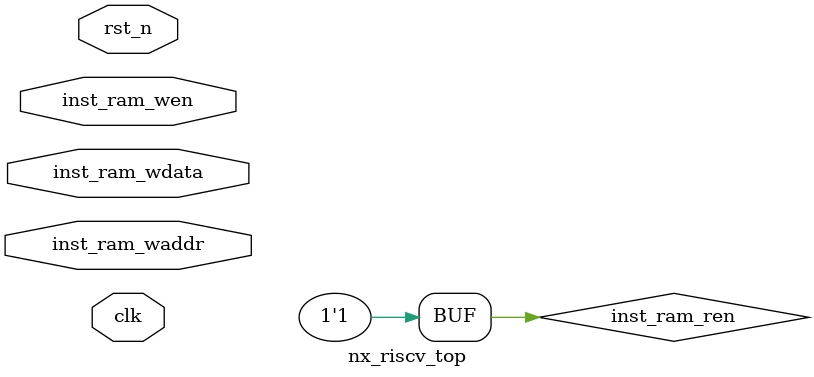
<source format=v>

module nx_riscv_top (
     input clk    // Clock
    ,input rst_n  // Asynchronous reset active low

// 测试端口
// 初始化 inst ram
    ,input inst_ram_wen
    ,input [31:0] inst_ram_waddr
    ,input [31:0] inst_ram_wdata
);

// if stage wire
wire [31:0] pre_pc;
wire [31:0] pc_src;
wire [31:0] fs_nx_pc;
wire [31:0] inst_ram_raddr;

// access instr mem
wire [31:0] wdata;
wire        wen;
wire [31:0] waddr;
wire [31:0] instr_mem;

// id stage wire
wire [31:0] ds_pc;
wire [31:0] ds_nx_pc;
wire [31:0] ds_instr;
wire [ 4:0] ds_rd_in;
wire        ds_reg_wen;
wire [31:0] ds_reg_wdata;
wire [31:0] ds_src1;
wire [31:0] ds_src2;
wire [31:0] ds_imm;
wire [ 4:0] ds_rd_out;
wire [11:0] ds_alu_control;
wire [ 5:0] ds_ctrl;


// exe stage wire
wire [31:0] es_pc;
wire [31:0] es_nx_pc;
wire [31:0] es_alu_src1;
wire [31:0] es_alu_src2;
wire [31:0] es_imm;
wire [11:0] es_alu_control;
wire [ 5:0] ds_ctrl;
wire [ 4:0] ds_rd;
wire [ 4:0] es_rd ;
// write data to data ram
wire [31:0] es_wr_data;
wire [ 5:0] es_ctrl;
wire        es_zero;
wire [31:0] es_alu_result;


// mem stage wire
wire        ren;
wire [31:0] alu_result;
wire [31:0] addr;
wire [31:0] wr_data;
wire [31:0] mem_out_data;
wire [31:0] ms_alu_result;
// rd for R type
wire [ 4:0] ms_rd;
wire [ 5:0] es_ctrl;
wire        pc;
wire        zero;
wire [ 5:0] ms_ctrl;

// wb stage wire
wire [ 4:0] ws_rd;
wire        ws_reg_wen;
wire [31:0] ws_reg_wdata;

// memory wire connect

wire  inst_ram_ren = 1'b1;
wire [31:0] inst_ram_addr ;
wire [31:0] inst_ram_rdata;

assign inst_ram_addr = inst_ram_wen ? inst_ram_waddr : inst_ram_raddr;

wire data_ram_ren  ;
wire data_ram_wen  ;
wire [31:0] data_ram_addr ;
wire [31:0] data_ram_wdata;
wire [31:0] data_ram_rdata;

assign data_ram_ren   = es_ctrl[3]    ;
assign data_ram_wen   = es_ctrl[2]    ;
assign data_ram_addr  = es_alu_result ;
assign data_ram_wdata = es_wr_data    ;
assign mem_out_data   = data_ram_rdata;


// if stage wire connect
assign pre_pc = es_nx_pc;

// id stage wire connect
assign ds_pc           = fs_nx_pc    ;
assign ds_instr        = inst_ram_rdata;
assign ds_rd_in        = ws_rd       ;
assign ds_reg_wen      = ws_reg_wen  ;
assign ds_reg_wdata    = ws_reg_wdata;

// exe stage wire connect
assign es_pc          = ds_pc;
assign es_alu_src1    = ds_src1;
assign es_alu_src2    = ds_src2;
assign es_alu_control = ds_alu_control;
assign ds_rd          = ds_rd_out;

// mem stage wire connect

// wb stage wire connect


if_stage inst_if_stage
    (
        .clk           (clk          ),
        .rst_n         (rst_n        ),
        .pre_pc        (pre_pc       ),
        .pc_src        (pc_src       ),
        .nx_pc         (fs_nx_pc     ),
        .inst_ram_raddr(inst_ram_raddr)
    );

id_stage inst_id_stage
    (
        .clk         (clk           ),
        .rst_n       (rst_n         ),
        .pc          (ds_pc         ),
        .nx_pc       (ds_nx_pc      ),
        .instr       (ds_instr      ),
        .ds_rd_in    (ds_rd_in      ),
        .reg_wen     (ds_reg_wen    ),
        .wdata       (ds_reg_wdata  ),
        .src1        (ds_src1       ),
        .src2        (ds_src2       ),
        .imm         (imm           ),
        .ds_rd_out   (ds_rd_out     ),
        .alu_control (ds_alu_control),
        .ds_ctrl     (ds_ctrl       )
    );


exe_stage inst_exe_stage
    (
        .clk         (clk           ),
        .rst_n       (rst_n         ),
        .pc          (es_pc         ),
        .nx_pc       (es_nx_pc      ),
        .alu_src1    (es_alu_src1   ),
        .alu_src2    (es_alu_src2   ),
        .imm         (imm           ),
        .alu_control (es_alu_control),
        .ds_ctrl     (ds_ctrl       ),
        .ds_rd       (ds_rd         ),
        .es_rd       (es_rd         ),
        .wr_data     (es_wr_data    ),
        .es_ctrl     (es_ctrl       ),
        .zero        (es_zero       ),
        .alu_result  (es_alu_result )
    );

mem_stage inst_mem_stage
    (
      .clk           (clk           ),
      .rst_n         (rst_n         ),
      .mem_out_data  (mem_out_data  ),
      .ms_mem_out    (ms_mem_out    ),
      .es_alu_result (es_alu_result ),
      .ms_alu_result (ms_alu_result ),
      .es_rd         (es_rd         ),
      .ms_rd         (ms_rd         ),
      .es_ctrl       (es_ctrl       ),
      .zero          (zero          ),
      .pc_src        (pc_src        ),
      .ms_ctrl       (ms_ctrl       )
    );


wb_stage inst_wb_stage
    (
        .clk           (clk          ),
        .rst_n         (rst_n        ),
        .ms_mem_out    (ms_mem_out   ),
        .ms_alu_result (ms_alu_result),
        .ms_ctrl       (ms_ctrl      ),
        .ms_rd         (ms_rd        ),
        .ws_rd         (ws_rd        ),
        .ws_reg_wen    (ws_reg_wen   ),
        .ws_reg_wdata  (ws_wdata     )
    );


memory_md U_inst_mem (
        .clk   (clk),
        .ren   (inst_ram_ren  ),
        // 地址是需要处理的
        .wen   (inst_ram_wen  ),
        .addr  (inst_ram_addr ),
        .wdata (inst_ram_wdata),
        .rdata (inst_ram_rdata)
    );

localparam DEPTH = 1024;
memory_md #(
        .DEPTH(DEPTH)
    ) U_data_mem (
        .clk   (clk),
        .ren   (data_ram_ren  ),
        .wen   (data_ram_wen  ),
        .addr  (data_ram_addr ),
        .wdata (data_ram_wdata),
        .rdata (data_ram_rdata)
    );

endmodule

</source>
